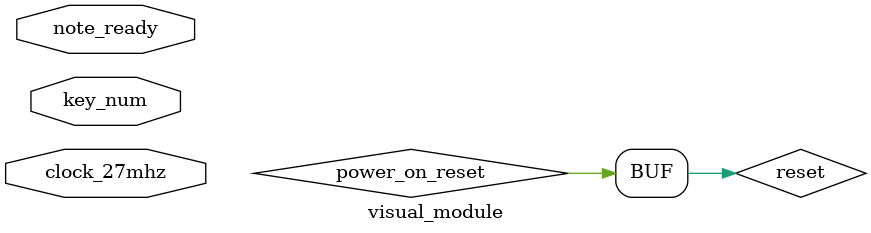
<source format=v>
`timescale 1ns / 1ps
module visual_module(
	input clock_27mhz,
	input [16:0] key_num,
	input note_ready
   );

	////////////////////////////////////////////////////////////////////////////
   //
   // visual module
   //
   ////////////////////////////////////////////////////////////////////////////

   // use FPGA's digital clock manager to produce a
   // 65MHz clock (actually 64.8MHz)
   wire clock_65mhz_unbuf,clock_65mhz;
   DCM vclk1(.CLKIN(clock_27mhz),.CLKFX(clock_65mhz_unbuf));
   // synthesis attribute CLKFX_DIVIDE of vclk1 is 10
   // synthesis attribute CLKFX_MULTIPLY of vclk1 is 24
   // synthesis attribute CLK_FEEDBACK of vclk1 is NONE
   // synthesis attribute CLKIN_PERIOD of vclk1 is 37
   BUFG vclk2(.O(clock_65mhz),.I(clock_65mhz_unbuf));

   // power-on reset generation
   wire power_on_reset;    // remain high for first 16 clocks
   SRL16 reset_sr (.D(1'b0), .CLK(clock_65mhz), .Q(power_on_reset),
         .A0(1'b1), .A1(1'b1), .A2(1'b1), .A3(1'b1));
   defparam reset_sr.INIT = 16'hFFFF;

   // RESET button is user reset
   wire reset = power_on_reset;

   // generate basic XVGA video signals
   wire [10:0] hcount;
   wire [9:0]  vcount;
   wire hsync,vsync,blank;
   xvga xvga1(.vclock(clock_65mhz),.hcount(hcount),.vcount(vcount),
              .hsync(hsync),.vsync(vsync),.blank(blank));
	
	// debounce all buttons
//	wire b0, b1, b2, b3, enter, right, left, down, up;
//	debounce db0(.reset(reset), .clock(clock_65mhz), .noisy(~button0), .clean(b0));
//	debounce db1(.reset(reset), .clock(clock_65mhz), .noisy(~button1), .clean(b1));
//	debounce db2(.reset(reset), .clock(clock_65mhz), .noisy(~button2), .clean(b2));
//	debounce db3(.reset(reset), .clock(clock_65mhz), .noisy(~button3), .clean(b3));
//	debounce db_enter(.reset(reset), .clock(clock_65mhz), .noisy(~button_enter), .clean(enter));
//	debounce db_right(.reset(reset), .clock(clock_65mhz), .noisy(~button_right), .clean(right));
//	debounce db_left(.reset(reset), .clock(clock_65mhz), .noisy(~button_left), .clean(left));
//	debounce db_down(.reset(reset), .clock(clock_65mhz), .noisy(~button_down), .clean(down));
//	debounce db_up(.reset(reset), .clock(clock_65mhz), .noisy(~button_up), .clean(up));

   // feed XVGA signals to piano
   wire [23:0] pixel;
   wire phsync,pvsync,pblank;
//	wire [16:0] key_num = {left, up, down, right, enter, b3, b2, b1, b0, switch};
//	wire note_ready = 1;
   keystoning ks(.clk(clock_65mhz),.reset(reset),
      .hcount(hcount),.vcount(vcount),
      .hsync(hsync),.vsync(vsync),.blank(blank),
		.key_num(key_num), .note_ready(note_ready),
      .phsync(phsync),.pvsync(pvsync),.pblank(pblank),.keystoned_pixel(pixel));

   // switch[1:0] selects which video generator to use:
   //  00: piano
   //  01: 1 pixel outline of active video area (adjust screen controls)
   //  10: color bars
	//  11: piano
   reg [23:0] rgb;
   wire border = (hcount==0 | hcount==1023 | vcount==0 | vcount==767);
   
   reg b,hs,vs;
   always @(posedge clock_65mhz) begin
      if (switch[1:0] == 2'b01) begin
    // 1 pixel outline of visible area (white)
    hs <= hsync;
    vs <= vsync;
    b <= blank;
    rgb <= {24{border}};
      end else if (switch[1:0] == 2'b10) begin
    // color bars
    hs <= hsync;
    vs <= vsync;
    b <= blank;
    rgb <= {{8{hcount[8]}}, {8{hcount[7]}}, {8{hcount[6]}}} ;
      end else begin
         // default: piano
    hs <= phsync;
    vs <= pvsync;
    b <= pblank;
    rgb <= pixel;
      end
   end

endmodule

</source>
